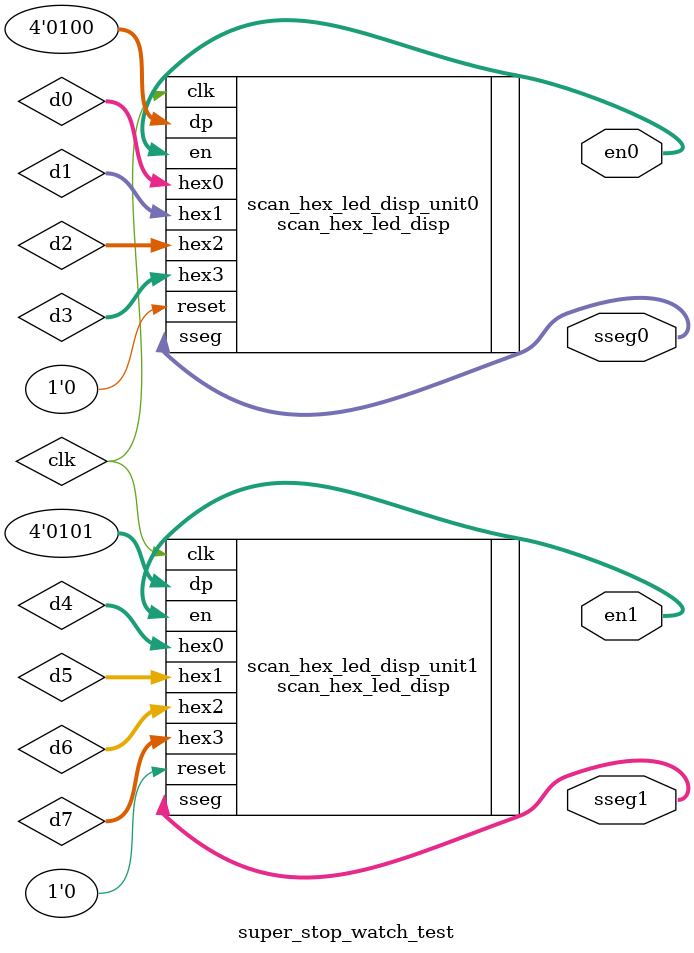
<source format=v>
module super_stop_watch_test(
    output[3:0] en0,en1,
    output[7:0] sseg0,sseg1 
    );
    wire[3:0] d7,d6,d5,d4,d3,d2,d1,d0;
    scan_hex_led_disp scan_hex_led_disp_unit0 (
        .clk(clk),.reset(1'b0),
        .hex3(d3),.hex2(d2),.hex1(d1),.hex0(d0),
        .dp(4'b0100),.en(en0),.sseg(sseg0)
    );
    scan_hex_led_disp scan_hex_led_disp_unit1 (
        .clk(clk),.reset(1'b0),
        .hex3(d7),.hex2(d6),.hex1(d5),.hex0(d4),
        .dp(4'b0101),.en(en1),.sseg(sseg1)
    );
endmodule/*
`timescale 1ns / 1ns
module super_stop_watch_tb ();
    reg clk;
    reg go,clr;

    wire[3:0] d7,d6,d5,d4,d3,d2,d1,d0;

    wire[3:0] en0,en1; // enable
    wire[7:0] sseg0,sseg1;
    wire[26:0] go1;
    wire go2;
    initial begin
        clk = 0;
        clr = 1;
        go = 1;
    end

    always begin 
        # 10 clk = ~clk;
    end

    super_stop_watch super_stop_watch_unit(
        .clk(clk),.clr(clr),.go(go),
        .d7(d7),.d6(d6),.d5(d5),.d4(d4),.d3(d3),.d2(d2),.d1(d1),.d0(d0)//,
        //.go1(go1),.go2(go2)
    );
endmodule*/
</source>
